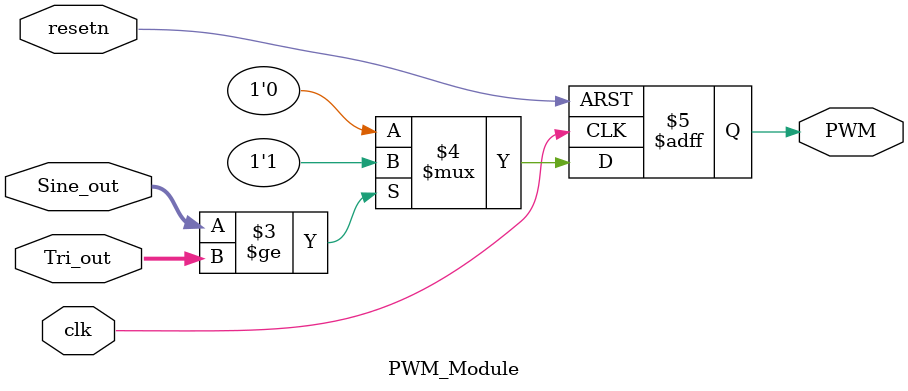
<source format=v>
`timescale 1ns / 1ps

module PWM_Module(
    input  clk,
    input  resetn,
    input  [15:0] Sine_out,
    input  [15:0] Tri_out,
    output reg PWM    
    );
    
    always @(posedge clk or negedge resetn) begin
        if(!resetn) begin
            PWM <= 1'b0;
        end
        else begin 
            PWM <= (Sine_out >= Tri_out) ? 1'b1 : 1'b0;
        end
    end
endmodule

</source>
